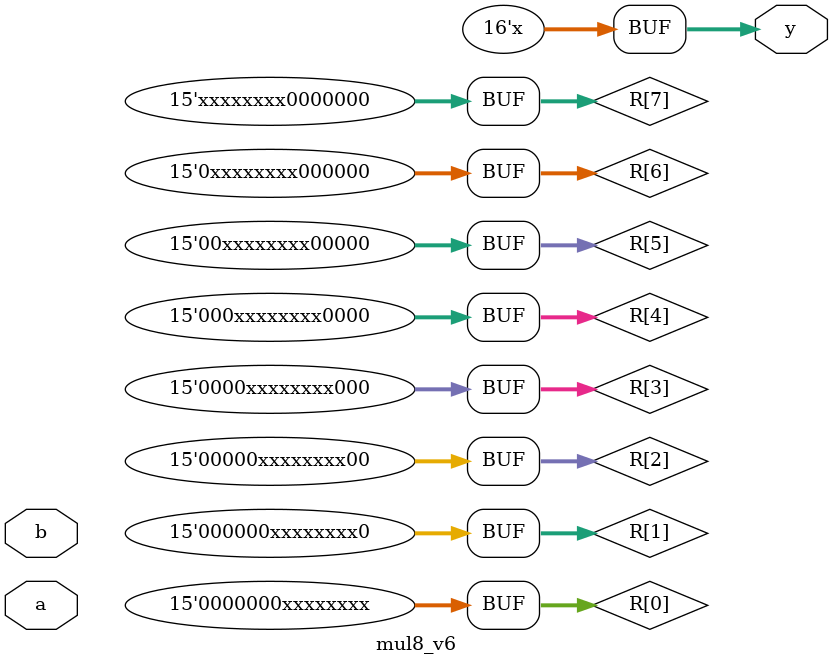
<source format=v>
module mul8_v6 (input [7:0] a,b, output [15:0] y);

	genvar i,j;
	wire [7:0]p[0:7];
	//wire [7:0] p[0];
	//wire [7:0] p[1]
	//wire [7:0] p[2]
	//wire [7:0] p[3]
	//wire [7:0] p[4]..
	
	
	//the block outside the alwaus is generator block
	
	for(i=0;i<8;i=i+1)	begin
		for (j=0;j<8;j=j+1) begin
			and Gij	(p[i][j],a[i],b[j]);
		end
	end
	
	
	wire [14:0] R[0:7];;
	
	//MSB zeros are removed
	assign R[0] = p[0];				//p[0] can be written as p[0]<<0
	assign R[1] = p[1]<<1;
	assign R[2] = p[2]<<2;
	assign R[3] = p[3]<<3;
	assign R[4] = p[4]<<4;
	assign R[5] = p[5]<<5;
	assign R[6] = p[6]<<6;
	assign R[7] = p[7]<<7;
	
	assign y=R[0]+R[1]+R[2]+R[3]+R[4]+R[5]+R[6]+R[7];
endmodule
			
</source>
